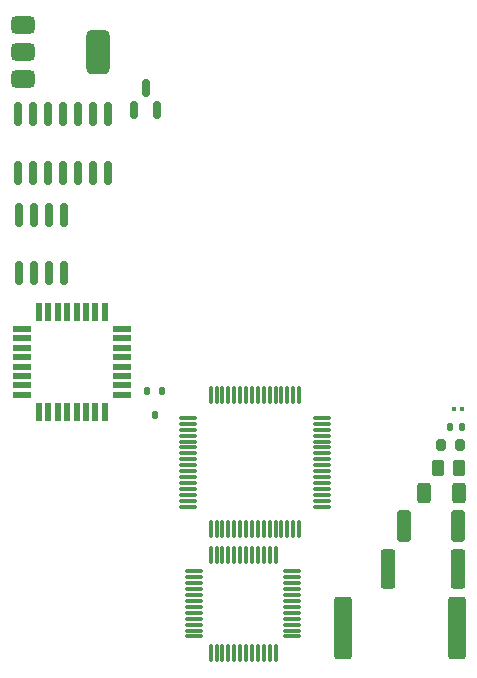
<source format=gbp>
%TF.GenerationSoftware,KiCad,Pcbnew,9.0.0*%
%TF.CreationDate,2025-12-20T00:19:53-05:00*%
%TF.ProjectId,BusinessCard,42757369-6e65-4737-9343-6172642e6b69,rev?*%
%TF.SameCoordinates,Original*%
%TF.FileFunction,Paste,Bot*%
%TF.FilePolarity,Positive*%
%FSLAX46Y46*%
G04 Gerber Fmt 4.6, Leading zero omitted, Abs format (unit mm)*
G04 Created by KiCad (PCBNEW 9.0.0) date 2025-12-20 00:19:53*
%MOMM*%
%LPD*%
G01*
G04 APERTURE LIST*
G04 Aperture macros list*
%AMRoundRect*
0 Rectangle with rounded corners*
0 $1 Rounding radius*
0 $2 $3 $4 $5 $6 $7 $8 $9 X,Y pos of 4 corners*
0 Add a 4 corners polygon primitive as box body*
4,1,4,$2,$3,$4,$5,$6,$7,$8,$9,$2,$3,0*
0 Add four circle primitives for the rounded corners*
1,1,$1+$1,$2,$3*
1,1,$1+$1,$4,$5*
1,1,$1+$1,$6,$7*
1,1,$1+$1,$8,$9*
0 Add four rect primitives between the rounded corners*
20,1,$1+$1,$2,$3,$4,$5,0*
20,1,$1+$1,$4,$5,$6,$7,0*
20,1,$1+$1,$6,$7,$8,$9,0*
20,1,$1+$1,$8,$9,$2,$3,0*%
G04 Aperture macros list end*
%ADD10RoundRect,0.150000X0.150000X-0.587500X0.150000X0.587500X-0.150000X0.587500X-0.150000X-0.587500X0*%
%ADD11RoundRect,0.112500X-0.112500X-0.237500X0.112500X-0.237500X0.112500X0.237500X-0.112500X0.237500X0*%
%ADD12RoundRect,0.375000X-0.625000X-0.375000X0.625000X-0.375000X0.625000X0.375000X-0.625000X0.375000X0*%
%ADD13RoundRect,0.500000X-0.500000X-1.400000X0.500000X-1.400000X0.500000X1.400000X-0.500000X1.400000X0*%
%ADD14RoundRect,0.150000X-0.150000X0.825000X-0.150000X-0.825000X0.150000X-0.825000X0.150000X0.825000X0*%
%ADD15R,1.600000X0.550000*%
%ADD16R,0.550000X1.600000*%
%ADD17RoundRect,0.075000X0.662500X0.075000X-0.662500X0.075000X-0.662500X-0.075000X0.662500X-0.075000X0*%
%ADD18RoundRect,0.075000X0.075000X0.662500X-0.075000X0.662500X-0.075000X-0.662500X0.075000X-0.662500X0*%
%ADD19RoundRect,0.079500X0.079500X0.100500X-0.079500X0.100500X-0.079500X-0.100500X0.079500X-0.100500X0*%
%ADD20RoundRect,0.250000X0.362500X1.075000X-0.362500X1.075000X-0.362500X-1.075000X0.362500X-1.075000X0*%
%ADD21RoundRect,0.135000X0.135000X0.185000X-0.135000X0.185000X-0.135000X-0.185000X0.135000X-0.185000X0*%
%ADD22RoundRect,0.250000X0.262500X0.450000X-0.262500X0.450000X-0.262500X-0.450000X0.262500X-0.450000X0*%
%ADD23RoundRect,0.250000X0.362500X1.425000X-0.362500X1.425000X-0.362500X-1.425000X0.362500X-1.425000X0*%
%ADD24RoundRect,0.250001X0.487499X2.399999X-0.487499X2.399999X-0.487499X-2.399999X0.487499X-2.399999X0*%
%ADD25RoundRect,0.250000X0.312500X0.625000X-0.312500X0.625000X-0.312500X-0.625000X0.312500X-0.625000X0*%
%ADD26RoundRect,0.200000X0.200000X0.275000X-0.200000X0.275000X-0.200000X-0.275000X0.200000X-0.275000X0*%
G04 APERTURE END LIST*
D10*
%TO.C,REF\u002A\u002A*%
X154700000Y-89687500D03*
X152800000Y-89687500D03*
X153750000Y-87812500D03*
%TD*%
D11*
%TO.C,REF\u002A\u002A*%
X153850000Y-113500000D03*
X155150000Y-113500000D03*
X154500000Y-115500000D03*
%TD*%
D12*
%TO.C,REF\u002A\u002A*%
X143380000Y-87050000D03*
X143380000Y-84750000D03*
X143380000Y-82450000D03*
D13*
X149680000Y-84750000D03*
%TD*%
D14*
%TO.C,REF\u002A\u002A*%
X142940000Y-90025000D03*
X144210000Y-90025000D03*
X145480000Y-90025000D03*
X146750000Y-90025000D03*
X148020000Y-90025000D03*
X149290000Y-90025000D03*
X150560000Y-90025000D03*
X150560000Y-94975000D03*
X149290000Y-94975000D03*
X148020000Y-94975000D03*
X146750000Y-94975000D03*
X145480000Y-94975000D03*
X144210000Y-94975000D03*
X142940000Y-94975000D03*
%TD*%
%TO.C,REF\u002A\u002A*%
X143000000Y-103500000D03*
X144270000Y-103500000D03*
X145540000Y-103500000D03*
X146810000Y-103500000D03*
X146810000Y-98550000D03*
X145540000Y-98550000D03*
X144270000Y-98550000D03*
X143000000Y-98550000D03*
%TD*%
D15*
%TO.C,REF\u002A\u002A*%
X151750000Y-108200000D03*
X151750000Y-109000000D03*
X151750000Y-109800000D03*
X151750000Y-110600000D03*
X151750000Y-111400000D03*
X151750000Y-112200000D03*
X151750000Y-113000000D03*
X151750000Y-113800000D03*
D16*
X150300000Y-115250000D03*
X149500000Y-115250000D03*
X148700000Y-115250000D03*
X147900000Y-115250000D03*
X147100000Y-115250000D03*
X146300000Y-115250000D03*
X145500000Y-115250000D03*
X144700000Y-115250000D03*
D15*
X143250000Y-113800000D03*
X143250000Y-113000000D03*
X143250000Y-112200000D03*
X143250000Y-111400000D03*
X143250000Y-110600000D03*
X143250000Y-109800000D03*
X143250000Y-109000000D03*
X143250000Y-108200000D03*
D16*
X144700000Y-106750000D03*
X145500000Y-106750000D03*
X146300000Y-106750000D03*
X147100000Y-106750000D03*
X147900000Y-106750000D03*
X148700000Y-106750000D03*
X149500000Y-106750000D03*
X150300000Y-106750000D03*
%TD*%
D17*
%TO.C,REF\u002A\u002A*%
X168662500Y-115750000D03*
X168662500Y-116250000D03*
X168662500Y-116750000D03*
X168662500Y-117250000D03*
X168662500Y-117750000D03*
X168662500Y-118250000D03*
X168662500Y-118750000D03*
X168662500Y-119250000D03*
X168662500Y-119750000D03*
X168662500Y-120250000D03*
X168662500Y-120750000D03*
X168662500Y-121250000D03*
X168662500Y-121750000D03*
X168662500Y-122250000D03*
X168662500Y-122750000D03*
X168662500Y-123250000D03*
D18*
X166750000Y-125162500D03*
X166250000Y-125162500D03*
X165750000Y-125162500D03*
X165250000Y-125162500D03*
X164750000Y-125162500D03*
X164250000Y-125162500D03*
X163750000Y-125162500D03*
X163250000Y-125162500D03*
X162750000Y-125162500D03*
X162250000Y-125162500D03*
X161750000Y-125162500D03*
X161250000Y-125162500D03*
X160750000Y-125162500D03*
X160250000Y-125162500D03*
X159750000Y-125162500D03*
X159250000Y-125162500D03*
D17*
X157337500Y-123250000D03*
X157337500Y-122750000D03*
X157337500Y-122250000D03*
X157337500Y-121750000D03*
X157337500Y-121250000D03*
X157337500Y-120750000D03*
X157337500Y-120250000D03*
X157337500Y-119750000D03*
X157337500Y-119250000D03*
X157337500Y-118750000D03*
X157337500Y-118250000D03*
X157337500Y-117750000D03*
X157337500Y-117250000D03*
X157337500Y-116750000D03*
X157337500Y-116250000D03*
X157337500Y-115750000D03*
D18*
X159250000Y-113837500D03*
X159750000Y-113837500D03*
X160250000Y-113837500D03*
X160750000Y-113837500D03*
X161250000Y-113837500D03*
X161750000Y-113837500D03*
X162250000Y-113837500D03*
X162750000Y-113837500D03*
X163250000Y-113837500D03*
X163750000Y-113837500D03*
X164250000Y-113837500D03*
X164750000Y-113837500D03*
X165250000Y-113837500D03*
X165750000Y-113837500D03*
X166250000Y-113837500D03*
X166750000Y-113837500D03*
%TD*%
D19*
%TO.C,REF\u002A\u002A*%
X180545000Y-115000000D03*
X179855000Y-115000000D03*
%TD*%
D20*
%TO.C,REF\u002A\u002A*%
X180212500Y-124900000D03*
X175587500Y-124900000D03*
%TD*%
D21*
%TO.C,REF\u002A\u002A*%
X180510000Y-116500000D03*
X179490000Y-116500000D03*
%TD*%
D22*
%TO.C,REF\u002A\u002A*%
X180312500Y-120000000D03*
X178487500Y-120000000D03*
%TD*%
D23*
%TO.C,REF\u002A\u002A*%
X180212500Y-128500000D03*
X174287500Y-128500000D03*
%TD*%
D24*
%TO.C,REF\u002A\u002A*%
X180125000Y-133500000D03*
X170500000Y-133500000D03*
%TD*%
D25*
%TO.C,REF\u002A\u002A*%
X180262500Y-122100000D03*
X177337500Y-122100000D03*
%TD*%
D17*
%TO.C,REF\u002A\u002A*%
X166162500Y-128750000D03*
X166162500Y-129250000D03*
X166162500Y-129750000D03*
X166162500Y-130250000D03*
X166162500Y-130750000D03*
X166162500Y-131250000D03*
X166162500Y-131750000D03*
X166162500Y-132250000D03*
X166162500Y-132750000D03*
X166162500Y-133250000D03*
X166162500Y-133750000D03*
X166162500Y-134250000D03*
D18*
X164750000Y-135662500D03*
X164250000Y-135662500D03*
X163750000Y-135662500D03*
X163250000Y-135662500D03*
X162750000Y-135662500D03*
X162250000Y-135662500D03*
X161750000Y-135662500D03*
X161250000Y-135662500D03*
X160750000Y-135662500D03*
X160250000Y-135662500D03*
X159750000Y-135662500D03*
X159250000Y-135662500D03*
D17*
X157837500Y-134250000D03*
X157837500Y-133750000D03*
X157837500Y-133250000D03*
X157837500Y-132750000D03*
X157837500Y-132250000D03*
X157837500Y-131750000D03*
X157837500Y-131250000D03*
X157837500Y-130750000D03*
X157837500Y-130250000D03*
X157837500Y-129750000D03*
X157837500Y-129250000D03*
X157837500Y-128750000D03*
D18*
X159250000Y-127337500D03*
X159750000Y-127337500D03*
X160250000Y-127337500D03*
X160750000Y-127337500D03*
X161250000Y-127337500D03*
X161750000Y-127337500D03*
X162250000Y-127337500D03*
X162750000Y-127337500D03*
X163250000Y-127337500D03*
X163750000Y-127337500D03*
X164250000Y-127337500D03*
X164750000Y-127337500D03*
%TD*%
D26*
%TO.C,REF\u002A\u002A*%
X180370000Y-118000000D03*
X178720000Y-118000000D03*
%TD*%
M02*

</source>
